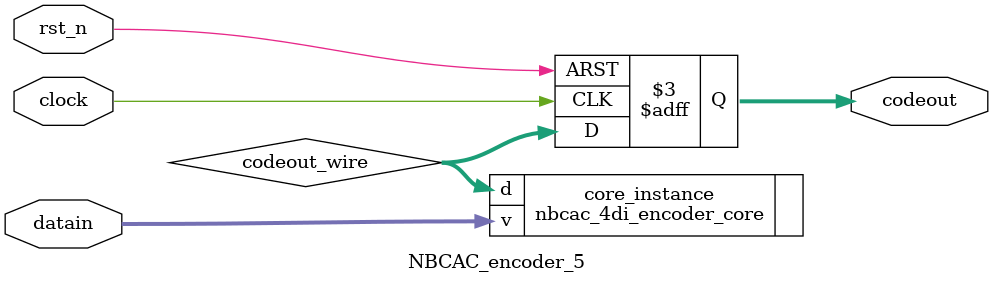
<source format=v>
module NBCAC_encoder_5(
    input wire clock,
    input wire rst_n,
    input wire [3:0] datain,
    output reg [5:1] codeout
);

    wire [5:1] codeout_wire;

    nbcac_4di_encoder_core core_instance(
        .v(datain),
        .d(codeout_wire)
    );

    //sync
    always @(posedge clock or negedge rst_n) begin
        if (~rst_n) begin
            codeout <= 0;
        end
        else begin
            codeout <= codeout_wire;
        end
    end

endmodule
</source>
